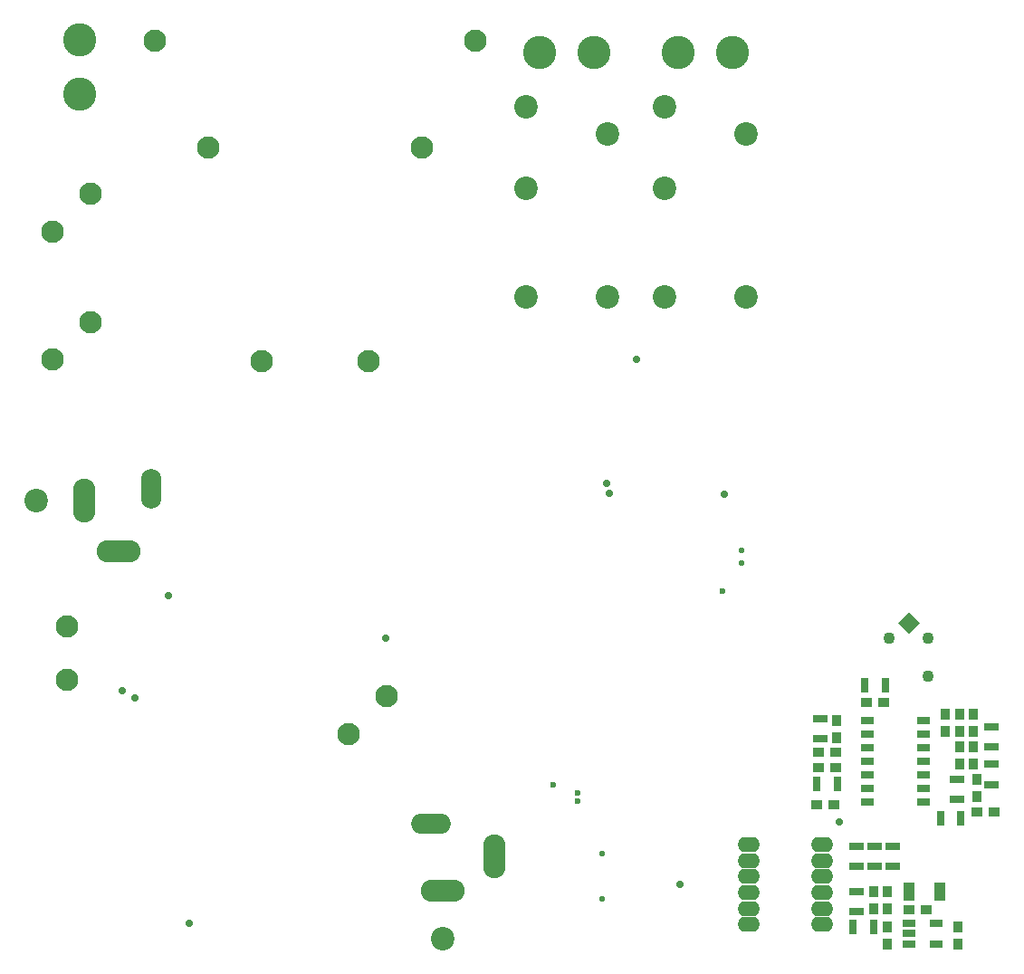
<source format=gbs>
G04*
G04 #@! TF.GenerationSoftware,Altium Limited,Altium Designer,22.2.1 (43)*
G04*
G04 Layer_Color=16711935*
%FSLAX25Y25*%
%MOIN*%
G70*
G04*
G04 #@! TF.SameCoordinates,4EB9BB6F-69CC-4AE6-9B36-E95FEA1B1F0F*
G04*
G04*
G04 #@! TF.FilePolarity,Negative*
G04*
G01*
G75*
%ADD21R,0.04194X0.03494*%
%ADD23R,0.03150X0.05512*%
%ADD26R,0.03494X0.04194*%
%ADD29R,0.05512X0.03150*%
%ADD56C,0.04331*%
%ADD57O,0.08268X0.05512*%
%ADD58C,0.08268*%
%ADD59C,0.08661*%
%ADD60O,0.14567X0.07480*%
%ADD61O,0.16142X0.08268*%
%ADD62O,0.08268X0.16142*%
%ADD63C,0.00394*%
%ADD64O,0.07480X0.14567*%
%ADD65C,0.12205*%
%ADD66C,0.02756*%
%ADD67C,0.02362*%
%ADD68C,0.02165*%
%ADD163R,0.04724X0.02756*%
%ADD164R,0.03937X0.06693*%
%ADD165R,0.05039X0.02677*%
G36*
X328740Y128347D02*
X332677Y132283D01*
X336614Y128347D01*
X332677Y124409D01*
X332677D01*
X328740Y128347D01*
D02*
G37*
D21*
X332677Y22835D02*
D03*
X338977D02*
D03*
X357677Y58661D02*
D03*
X363977D02*
D03*
X305119Y61417D02*
D03*
X298819D02*
D03*
X305709Y75197D02*
D03*
X299409D02*
D03*
X305709Y80709D02*
D03*
X299409D02*
D03*
X323426Y99213D02*
D03*
X317126D02*
D03*
D23*
X319685Y16536D02*
D03*
X312205D02*
D03*
X344291Y56496D02*
D03*
X351772D02*
D03*
X298819Y69291D02*
D03*
X306299D02*
D03*
X316535Y105512D02*
D03*
X324016D02*
D03*
D26*
X319685Y29528D02*
D03*
Y23228D02*
D03*
X324803Y29528D02*
D03*
Y23228D02*
D03*
Y16536D02*
D03*
Y10236D02*
D03*
X350787D02*
D03*
Y16536D02*
D03*
X357677Y70867D02*
D03*
Y64566D02*
D03*
X356496Y76377D02*
D03*
Y82677D02*
D03*
X351378D02*
D03*
Y76377D02*
D03*
X356496Y88582D02*
D03*
Y94882D02*
D03*
X346260Y88583D02*
D03*
Y94883D02*
D03*
X351378D02*
D03*
Y88583D02*
D03*
X306102Y92520D02*
D03*
Y86221D02*
D03*
D29*
X313386Y29528D02*
D03*
Y22048D02*
D03*
Y46260D02*
D03*
Y38780D02*
D03*
X320079Y46260D02*
D03*
Y38780D02*
D03*
X326772Y46260D02*
D03*
Y38780D02*
D03*
X350394Y63386D02*
D03*
Y70866D02*
D03*
X363189Y68898D02*
D03*
Y76378D02*
D03*
Y90158D02*
D03*
Y82677D02*
D03*
X300218Y93191D02*
D03*
Y85710D02*
D03*
D56*
X339764Y122835D02*
D03*
X325591D02*
D03*
X339764Y108661D02*
D03*
D57*
X300787Y46850D02*
D03*
Y40945D02*
D03*
Y35039D02*
D03*
Y29134D02*
D03*
Y23228D02*
D03*
Y17323D02*
D03*
X273623Y40945D02*
D03*
Y17323D02*
D03*
Y23228D02*
D03*
Y29134D02*
D03*
Y35039D02*
D03*
Y46850D02*
D03*
D58*
X140424Y101448D02*
D03*
X126505Y87529D02*
D03*
X22658Y107480D02*
D03*
Y127165D02*
D03*
X31369Y239243D02*
D03*
X17450Y225324D02*
D03*
X31369Y286487D02*
D03*
X17450Y272568D02*
D03*
X55118Y342913D02*
D03*
X173228D02*
D03*
X94488Y224803D02*
D03*
X133858D02*
D03*
X74803Y303543D02*
D03*
X153543D02*
D03*
D59*
X161054Y12001D02*
D03*
X11417Y173622D02*
D03*
X242874Y318465D02*
D03*
Y248465D02*
D03*
Y288465D02*
D03*
X272874Y248465D02*
D03*
X272795Y308465D02*
D03*
X191693Y318465D02*
D03*
Y248465D02*
D03*
Y288465D02*
D03*
X221693Y248465D02*
D03*
X221614Y308465D02*
D03*
D60*
X156723Y54520D02*
D03*
D61*
X161054Y29717D02*
D03*
X41732Y154724D02*
D03*
D62*
X179951Y42316D02*
D03*
X29134Y173622D02*
D03*
D63*
X106968Y7874D02*
D03*
X95157D02*
D03*
D64*
X53937Y177953D02*
D03*
D65*
X27559Y323071D02*
D03*
Y343071D02*
D03*
X196693Y338583D02*
D03*
X216693D02*
D03*
X247874D02*
D03*
X267874D02*
D03*
D66*
X307087Y55118D02*
D03*
X140157Y122638D02*
D03*
X67913Y17874D02*
D03*
X232283Y225394D02*
D03*
X43110Y103543D02*
D03*
X47638Y100787D02*
D03*
X60236Y138386D02*
D03*
X222441Y176181D02*
D03*
X221555Y179823D02*
D03*
X264685Y175669D02*
D03*
X248425Y32087D02*
D03*
D67*
X210827Y65908D02*
D03*
Y62940D02*
D03*
X201772Y68701D02*
D03*
X264173Y140157D02*
D03*
D68*
X219783Y43626D02*
D03*
Y26847D02*
D03*
X271063Y155118D02*
D03*
Y150394D02*
D03*
D163*
X342913Y17717D02*
D03*
Y10237D02*
D03*
X332677Y17717D02*
D03*
Y13977D02*
D03*
Y10237D02*
D03*
D164*
Y29528D02*
D03*
X344094D02*
D03*
D165*
X338228Y92559D02*
D03*
D03*
Y87559D02*
D03*
Y82559D02*
D03*
Y77559D02*
D03*
Y72559D02*
D03*
Y67559D02*
D03*
Y62559D02*
D03*
X317284Y87559D02*
D03*
Y82559D02*
D03*
Y77559D02*
D03*
Y72559D02*
D03*
Y67559D02*
D03*
Y62559D02*
D03*
Y92559D02*
D03*
M02*

</source>
